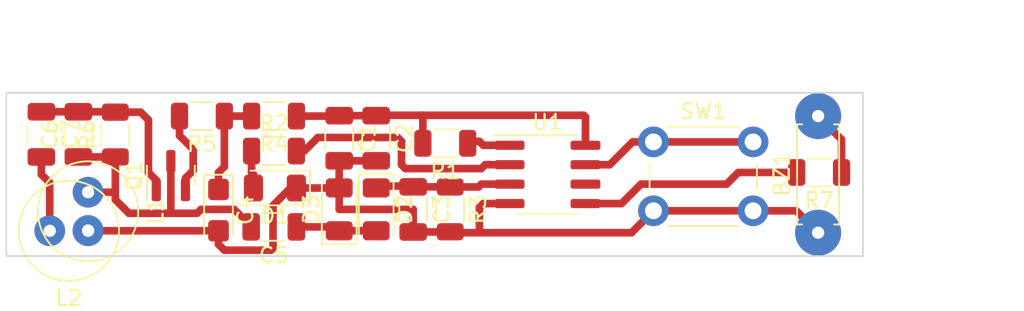
<source format=kicad_pcb>
(kicad_pcb (version 20221018) (generator pcbnew)
  (layers (0 "F.Cu" signal) (31 "B.Cu" signal) (34 "B.Paste" user) (35 "F.Paste" user) (36 "B.SilkS" user "B.Silkscreen") (37 "F.SilkS" user "F.Silkscreen") (38 "B.Mask" user) (39 "F.Mask" user) (44 "Edge.Cuts" user))
  (net 0 "")
  (net 1 "MISO")
  (net 2 "GND")
  (net 3 "VCC")
  (net 4 "Net-(BZ1-+)")
  (net 5 "Net-(C4-Pad1)")
  (net 6 "Net-(D2-K)")
  (net 7 "Net-(D2-A)")
  (net 8 "Net-(Q1-C)")
  (net 9 "Net-(C7-Pad2)")
  (net 10 "Net-(Q1-E)")
  (net 11 "RESET")
  (net 12 "PB3")
  (net 13 "Net-(D1-A)")
  (net 14 "SCK")
  (net 15 "Net-(Q1-B)")
  (net 16 "PB0")
  (footprint "Resistor_SMD:R_1206_3216Metric" (layer "F.Cu") (at 149.5445 128.016 180)
    (fp_text reference "R7" (at 0 -1.82) (layer "F.SilkS"))
    (fp_text value "1k")
    (fp_line (start -0.727064 -0.91) (end 0.727064 -0.91) (stroke (width 0.12)) (layer "F.SilkS"))
    (fp_line (start -0.727064 0.91) (end 0.727064 0.91) (stroke (width 0.12)) (layer "F.SilkS"))
    (pad "1" smd roundrect (at -1.4625 0 180) (size 1.125 1.75) (layers "F.Cu" "F.Paste" "F.Mask") (roundrect_rratio 0.222222) (net 4 "Net-(BZ1-+)"))
    (pad "2" smd roundrect (at 1.4625 0 180) (size 1.125 1.75) (layers "F.Cu" "F.Paste" "F.Mask") (roundrect_rratio 0.222222) (net 16 "PB0"))
  )
  (footprint "Capacitor_SMD:C_1206_3216Metric" (layer "F.Cu") (at 120.65 125.779 -90)
    (fp_text reference "C2" (at 0 -1.85 90) (layer "F.SilkS"))
    (fp_text value "100n")
    (fp_line (start -0.711252 -0.91) (end 0.711252 -0.91) (stroke (width 0.12)) (layer "F.SilkS"))
    (fp_line (start -0.711252 0.91) (end 0.711252 0.91) (stroke (width 0.12)) (layer "F.SilkS"))
    (pad "1" smd roundrect (at -1.475 0 270) (size 1.15 1.8) (layers "F.Cu" "F.Paste" "F.Mask") (roundrect_rratio 0.2173913043) (net 3 "VCC"))
    (pad "2" smd roundrect (at 1.475 0 270) (size 1.15 1.8) (layers "F.Cu" "F.Paste" "F.Mask") (roundrect_rratio 0.2173913043) (net 2 "GND"))
  )
  (footprint "Package_SO:SOIC-8_3.9x4.9mm_P1.27mm" (layer "F.Cu") (at 131.826 128.143)
    (fp_text reference "U1" (at 0 -3.4) (layer "F.SilkS"))
    (fp_text value "ATtiny13A-SS")
    (fp_line (start 0 -2.56) (end -3.45 -2.56) (stroke (width 0.12)) (layer "F.SilkS"))
    (fp_line (start 0 -2.56) (end 1.95 -2.56) (stroke (width 0.12)) (layer "F.SilkS"))
    (fp_line (start 0 2.56) (end -1.95 2.56) (stroke (width 0.12)) (layer "F.SilkS"))
    (fp_line (start 0 2.56) (end 1.95 2.56) (stroke (width 0.12)) (layer "F.SilkS"))
    (pad "1" smd roundrect (at -2.475 -1.905) (size 1.95 0.6) (layers "F.Cu" "F.Paste" "F.Mask") (net 11 "RESET"))
    (pad "2" smd roundrect (at -2.475 -0.635) (size 1.95 0.6) (layers "F.Cu" "F.Paste" "F.Mask") (net 12 "PB3"))
    (pad "3" smd roundrect (at -2.475 0.635) (size 1.95 0.6) (layers "F.Cu" "F.Paste" "F.Mask") (net 6 "Net-(D2-K)"))
    (pad "4" smd roundrect (at -2.475 1.905) (size 1.95 0.6) (layers "F.Cu" "F.Paste" "F.Mask") (net 2 "GND"))
    (pad "5" smd roundrect (at 2.475 1.905) (size 1.95 0.6) (layers "F.Cu" "F.Paste" "F.Mask") (net 16 "PB0"))
    (pad "6" smd roundrect (at 2.475 0.635) (size 1.95 0.6) (layers "F.Cu" "F.Paste" "F.Mask") (net 1 "MISO"))
    (pad "7" smd roundrect (at 2.475 -0.635) (size 1.95 0.6) (layers "F.Cu" "F.Paste" "F.Mask") (net 14 "SCK"))
    (pad "8" smd roundrect (at 2.475 -1.905) (size 1.95 0.6) (layers "F.Cu" "F.Paste" "F.Mask") (net 3 "VCC"))
  )
  (footprint "Diode_SMD:D_1206_3216Metric" (layer "F.Cu") (at 114.043 129.032 180)
    (fp_text reference "D1" (at 0 -1.82 180) (layer "F.SilkS"))
    (fp_text value "LED")
    (fp_line (start -2.285 -1.135) (end -2.285 1.135) (stroke (width 0.12)) (layer "F.SilkS"))
    (fp_line (start -2.285 1.135) (end 1.6 1.135) (stroke (width 0.12)) (layer "F.SilkS"))
    (fp_line (start 1.6 -1.135) (end -2.285 -1.135) (stroke (width 0.12)) (layer "F.SilkS"))
    (pad "1" smd roundrect (at -1.4 0 180) (size 1.25 1.75) (layers "F.Cu" "F.Paste" "F.Mask") (roundrect_rratio 0.2) (net 2 "GND"))
    (pad "2" smd roundrect (at 1.4 0 180) (size 1.25 1.75) (layers "F.Cu" "F.Paste" "F.Mask") (roundrect_rratio 0.2) (net 13 "Net-(D1-A)"))
  )
  (footprint "Resistor_SMD:R_1206_3216Metric" (layer "F.Cu") (at 109.2815 124.333 180)
    (fp_text reference "R5" (at 0 -1.82) (layer "F.SilkS"))
    (fp_text value "10k")
    (fp_line (start -0.727064 -0.91) (end 0.727064 -0.91) (stroke (width 0.12)) (layer "F.SilkS"))
    (fp_line (start -0.727064 0.91) (end 0.727064 0.91) (stroke (width 0.12)) (layer "F.SilkS"))
    (pad "1" smd roundrect (at -1.4625 0 180) (size 1.125 1.75) (layers "F.Cu" "F.Paste" "F.Mask") (roundrect_rratio 0.2222222222) (net 5 "Net-(C4-Pad1)"))
    (pad "2" smd roundrect (at 1.4625 0 180) (size 1.125 1.75) (layers "F.Cu" "F.Paste" "F.Mask") (roundrect_rratio 0.2222222222) (net 10 "Net-(Q1-E)"))
  )
  (footprint "Capacitor_THT:C_Radial_D6.3mm_H11.0mm_P2.50mm" (layer "F.Cu") (at 101.854 129.306 -90)
    (fp_text reference "L1" (at 1.25 -4.4 -90) (layer "F.SilkS"))
    (fp_text value "200 витков")
    (fp_circle (center 1.25 0) (end 4.52 0) (stroke (width 0.12)) (fill none) (layer "F.SilkS"))
    (pad "1" thru_hole circle (at 0 0 270) (size 2 2) (drill 0.8) (layers "*.Cu" "*.Mask") (net 8 "Net-(Q1-C)"))
    (pad "2" thru_hole circle (at 2.5 0 270) (size 2 2) (drill 0.8) (layers "*.Cu" "*.Mask") (net 2 "GND"))
  )
  (footprint "Capacitor_SMD:C_1206_3216Metric" (layer "F.Cu") (at 118.237 125.779 -90)
    (fp_text reference "C1" (at 0 -1.85 90) (layer "F.SilkS"))
    (fp_text value "100u")
    (fp_line (start -0.711252 -0.91) (end 0.711252 -0.91) (stroke (width 0.12)) (layer "F.SilkS"))
    (fp_line (start -0.711252 0.91) (end 0.711252 0.91) (stroke (width 0.12)) (layer "F.SilkS"))
    (pad "1" smd roundrect (at -1.475 0 270) (size 1.15 1.8) (layers "F.Cu" "F.Paste" "F.Mask") (roundrect_rratio 0.2173913043) (net 3 "VCC"))
    (pad "2" smd roundrect (at 1.475 0 270) (size 1.15 1.8) (layers "F.Cu" "F.Paste" "F.Mask") (roundrect_rratio 0.2173913043) (net 2 "GND"))
  )
  (footprint "Capacitor_SMD:C_1206_3216Metric" (layer "F.Cu") (at 98.806 125.525 -90)
    (fp_text reference "C7" (at 0 -1.85 -90) (layer "F.SilkS"))
    (fp_text value "68n")
    (fp_line (start -0.711252 -0.91) (end 0.711252 -0.91) (stroke (width 0.12)) (layer "F.SilkS"))
    (fp_line (start -0.711252 0.91) (end 0.711252 0.91) (stroke (width 0.12)) (layer "F.SilkS"))
    (pad "1" smd roundrect (at -1.475 0 270) (size 1.15 1.8) (layers "F.Cu" "F.Paste" "F.Mask") (roundrect_rratio 0.2173913043) (net 15 "Net-(Q1-B)"))
    (pad "2" smd roundrect (at 1.475 0 270) (size 1.15 1.8) (layers "F.Cu" "F.Paste" "F.Mask") (roundrect_rratio 0.2173913043) (net 9 "Net-(C7-Pad2)"))
  )
  (footprint "Capacitor_SMD:C_1206_3216Metric" (layer "F.Cu") (at 123.063 130.429 -90)
    (fp_text reference "C3" (at 0 -1.85 90) (layer "F.SilkS"))
    (fp_text value "100n")
    (fp_line (start -0.711252 -0.91) (end 0.711252 -0.91) (stroke (width 0.12)) (layer "F.SilkS"))
    (fp_line (start -0.711252 0.91) (end 0.711252 0.91) (stroke (width 0.12)) (layer "F.SilkS"))
    (pad "1" smd roundrect (at -1.475 0 270) (size 1.15 1.8) (layers "F.Cu" "F.Paste" "F.Mask") (roundrect_rratio 0.2173913043) (net 6 "Net-(D2-K)"))
    (pad "2" smd roundrect (at 1.475 0 270) (size 1.15 1.8) (layers "F.Cu" "F.Paste" "F.Mask") (roundrect_rratio 0.2173913043) (net 2 "GND"))
  )
  (footprint "Diode_SMD:D_1206_3216Metric" (layer "F.Cu") (at 118.237 130.426 90)
    (fp_text reference "D3" (at 0 -1.82 90) (layer "F.SilkS"))
    (fp_text value "D")
    (fp_line (start -2.285 -1.135) (end -2.285 1.135) (stroke (width 0.12)) (layer "F.SilkS"))
    (fp_line (start -2.285 1.135) (end 1.6 1.135) (stroke (width 0.12)) (layer "F.SilkS"))
    (fp_line (start 1.6 -1.135) (end -2.285 -1.135) (stroke (width 0.12)) (layer "F.SilkS"))
    (pad "1" smd roundrect (at -1.4 0 90) (size 1.25 1.75) (layers "F.Cu" "F.Paste" "F.Mask") (roundrect_rratio 0.2) (net 7 "Net-(D2-A)"))
    (pad "2" smd roundrect (at 1.4 0 90) (size 1.25 1.75) (layers "F.Cu" "F.Paste" "F.Mask") (roundrect_rratio 0.2) (net 2 "GND"))
  )
  (footprint "Diode_SMD:D_1206_3216Metric" (layer "F.Cu") (at 120.65 130.426 -90)
    (fp_text reference "D2" (at 0 -1.82 90) (layer "F.SilkS"))
    (fp_text value "D")
    (fp_line (start -2.285 -1.135) (end -2.285 1.135) (stroke (width 0.12)) (layer "F.SilkS"))
    (fp_line (start -2.285 1.135) (end 1.6 1.135) (stroke (width 0.12)) (layer "F.SilkS"))
    (fp_line (start 1.6 -1.135) (end -2.285 -1.135) (stroke (width 0.12)) (layer "F.SilkS"))
    (pad "1" smd roundrect (at -1.4 0 270) (size 1.25 1.75) (layers "F.Cu" "F.Paste" "F.Mask") (roundrect_rratio 0.2) (net 6 "Net-(D2-K)"))
    (pad "2" smd roundrect (at 1.4 0 270) (size 1.25 1.75) (layers "F.Cu" "F.Paste" "F.Mask") (roundrect_rratio 0.2) (net 7 "Net-(D2-A)"))
  )
  (footprint "Resistor_SMD:R_1206_3216Metric" (layer "F.Cu") (at 113.9845 124.333 180)
    (fp_text reference "R4" (at 0 -1.82) (layer "F.SilkS"))
    (fp_text value "4k7")
    (fp_line (start -0.727064 -0.91) (end 0.727064 -0.91) (stroke (width 0.12)) (layer "F.SilkS"))
    (fp_line (start -0.727064 0.91) (end 0.727064 0.91) (stroke (width 0.12)) (layer "F.SilkS"))
    (pad "1" smd roundrect (at -1.4625 0 180) (size 1.125 1.75) (layers "F.Cu" "F.Paste" "F.Mask") (roundrect_rratio 0.2222222222) (net 3 "VCC"))
    (pad "2" smd roundrect (at 1.4625 0 180) (size 1.125 1.75) (layers "F.Cu" "F.Paste" "F.Mask") (roundrect_rratio 0.2222222222) (net 5 "Net-(C4-Pad1)"))
  )
  (footprint "Button_Switch_THT:SW_PUSH_6mm" (layer "F.Cu") (at 138.736 126.02)
    (fp_text reference "SW1" (at 3.25 -2) (layer "F.SilkS"))
    (fp_text value "SW_SPST")
    (fp_line (start -0.25 1.5) (end -0.25 3) (stroke (width 0.12)) (layer "F.SilkS"))
    (fp_line (start 1 5.5) (end 5.5 5.5) (stroke (width 0.12)) (layer "F.SilkS"))
    (fp_line (start 5.5 -1) (end 1 -1) (stroke (width 0.12)) (layer "F.SilkS"))
    (fp_line (start 6.75 3) (end 6.75 1.5) (stroke (width 0.12)) (layer "F.SilkS"))
    (pad "1" thru_hole circle (at 0 0 90) (size 2 2) (drill 1.1) (layers "*.Cu" "*.Mask") (net 14 "SCK"))
    (pad "1" thru_hole circle (at 6.5 0 90) (size 2 2) (drill 1.1) (layers "*.Cu" "*.Mask") (net 14 "SCK"))
    (pad "2" thru_hole circle (at 0 4.5 90) (size 2 2) (drill 1.1) (layers "*.Cu" "*.Mask") (net 2 "GND"))
    (pad "2" thru_hole circle (at 6.5 4.5 90) (size 2 2) (drill 1.1) (layers "*.Cu" "*.Mask") (net 2 "GND"))
  )
  (footprint "Resistor_THT:R_Axial_DIN0207_L6.3mm_D2.5mm_P7.62mm_Horizontal" (layer "F.Cu") (at 149.479 131.953 90)
    (fp_text reference "BZ1" (at 3.81 -2.37 90) (layer "F.SilkS"))
    (fp_text value "Buzzer")
    (fp_line (start 0.54 -1.37) (end 7.08 -1.37) (stroke (width 0.12)) (layer "F.SilkS"))
    (fp_line (start 0.54 -1.04) (end 0.54 -1.37) (stroke (width 0.12)) (layer "F.SilkS"))
    (fp_line (start 0.54 1.04) (end 0.54 1.37) (stroke (width 0.12)) (layer "F.SilkS"))
    (fp_line (start 0.54 1.37) (end 7.08 1.37) (stroke (width 0.12)) (layer "F.SilkS"))
    (fp_line (start 7.08 -1.37) (end 7.08 -1.04) (stroke (width 0.12)) (layer "F.SilkS"))
    (fp_line (start 7.08 1.37) (end 7.08 1.04) (stroke (width 0.12)) (layer "F.SilkS"))
    (pad "1" thru_hole circle (at 0 0 90) (size 3 3) (drill 0.8) (layers "*.Cu" "*.Mask") (net 2 "GND"))
    (pad "2" thru_hole circle (at 7.62 0 90) (size 3 3) (drill 0.8) (layers "*.Cu" "*.Mask") (net 4 "Net-(BZ1-+)"))
  )
  (footprint "Resistor_SMD:R_1206_3216Metric" (layer "F.Cu") (at 103.632 125.5375 90)
    (fp_text reference "R6" (at 0 -1.82 90) (layer "F.SilkS"))
    (fp_text value "510k")
    (fp_line (start -0.727064 -0.91) (end 0.727064 -0.91) (stroke (width 0.12)) (layer "F.SilkS"))
    (fp_line (start -0.727064 0.91) (end 0.727064 0.91) (stroke (width 0.12)) (layer "F.SilkS"))
    (pad "1" smd roundrect (at -1.4625 0 90) (size 1.125 1.75) (layers "F.Cu" "F.Paste" "F.Mask") (roundrect_rratio 0.2222222222) (net 8 "Net-(Q1-C)"))
    (pad "2" smd roundrect (at 1.4625 0 90) (size 1.125 1.75) (layers "F.Cu" "F.Paste" "F.Mask") (roundrect_rratio 0.2222222222) (net 15 "Net-(Q1-B)"))
  )
  (footprint "Package_TO_SOT_SMD:SOT-23" (layer "F.Cu") (at 107.254 128.2215 90)
    (fp_text reference "Q1" (at 0 -2.4 90) (layer "F.SilkS"))
    (fp_text value "BC160")
    (fp_line (start 0 -1.56) (end -1.675 -1.56) (stroke (width 0.12)) (layer "F.SilkS"))
    (fp_line (start 0 -1.56) (end 0.65 -1.56) (stroke (width 0.12)) (layer "F.SilkS"))
    (fp_line (start 0 1.56) (end -0.65 1.56) (stroke (width 0.12)) (layer "F.SilkS"))
    (fp_line (start 0 1.56) (end 0.65 1.56) (stroke (width 0.12)) (layer "F.SilkS"))
    (pad "1" smd roundrect (at -0.9375 -0.95 90) (size 1.475 0.6) (layers "F.Cu" "F.Paste" "F.Mask") (net 15 "Net-(Q1-B)"))
    (pad "2" smd roundrect (at -0.9375 0.95 90) (size 1.475 0.6) (layers "F.Cu" "F.Paste" "F.Mask") (net 10 "Net-(Q1-E)"))
    (pad "3" smd roundrect (at 0.9375 0 90) (size 1.475 0.6) (layers "F.Cu" "F.Paste" "F.Mask") (net 8 "Net-(Q1-C)"))
  )
  (footprint "Resistor_SMD:R_1206_3216Metric" (layer "F.Cu") (at 125.1565 126.111 180)
    (fp_text reference "R1" (at 0 -1.82) (layer "F.SilkS"))
    (fp_text value "10k")
    (fp_line (start -0.727064 -0.91) (end 0.727064 -0.91) (stroke (width 0.12)) (layer "F.SilkS"))
    (fp_line (start -0.727064 0.91) (end 0.727064 0.91) (stroke (width 0.12)) (layer "F.SilkS"))
    (pad "1" smd roundrect (at -1.4625 0 180) (size 1.125 1.75) (layers "F.Cu" "F.Paste" "F.Mask") (roundrect_rratio 0.2222222222) (net 11 "RESET"))
    (pad "2" smd roundrect (at 1.4625 0 180) (size 1.125 1.75) (layers "F.Cu" "F.Paste" "F.Mask") (roundrect_rratio 0.2222222222) (net 3 "VCC"))
  )
  (footprint "Capacitor_SMD:C_1206_3216Metric" (layer "F.Cu") (at 101.219 125.525 90)
    (fp_text reference "C6" (at 0 -1.85 90) (layer "F.SilkS"))
    (fp_text value "10n")
    (fp_line (start -0.711252 -0.91) (end 0.711252 -0.91) (stroke (width 0.12)) (layer "F.SilkS"))
    (fp_line (start -0.711252 0.91) (end 0.711252 0.91) (stroke (width 0.12)) (layer "F.SilkS"))
    (pad "1" smd roundrect (at -1.475 0 90) (size 1.15 1.8) (layers "F.Cu" "F.Paste" "F.Mask") (roundrect_rratio 0.2173913043) (net 8 "Net-(Q1-C)"))
    (pad "2" smd roundrect (at 1.475 0 90) (size 1.15 1.8) (layers "F.Cu" "F.Paste" "F.Mask") (roundrect_rratio 0.2173913043) (net 15 "Net-(Q1-B)"))
  )
  (footprint "Resistor_SMD:R_1206_3216Metric" (layer "F.Cu") (at 125.476 130.429 -90)
    (fp_text reference "R3" (at 0 -1.82 90) (layer "F.SilkS"))
    (fp_text value "1M")
    (fp_line (start -0.727064 -0.91) (end 0.727064 -0.91) (stroke (width 0.12)) (layer "F.SilkS"))
    (fp_line (start -0.727064 0.91) (end 0.727064 0.91) (stroke (width 0.12)) (layer "F.SilkS"))
    (pad "1" smd roundrect (at -1.4625 0 270) (size 1.125 1.75) (layers "F.Cu" "F.Paste" "F.Mask") (roundrect_rratio 0.2222222222) (net 6 "Net-(D2-K)"))
    (pad "2" smd roundrect (at 1.4625 0 270) (size 1.125 1.75) (layers "F.Cu" "F.Paste" "F.Mask") (roundrect_rratio 0.2222222222) (net 2 "GND"))
  )
  (footprint "Capacitor_SMD:C_1206_3216Metric" (layer "F.Cu") (at 113.968 131.572 180)
    (fp_text reference "C5" (at 0 -1.85) (layer "F.SilkS"))
    (fp_text value "10n")
    (fp_line (start -0.711252 -0.91) (end 0.711252 -0.91) (stroke (width 0.12)) (layer "F.SilkS"))
    (fp_line (start -0.711252 0.91) (end 0.711252 0.91) (stroke (width 0.12)) (layer "F.SilkS"))
    (pad "1" smd roundrect (at -1.475 0 180) (size 1.15 1.8) (layers "F.Cu" "F.Paste" "F.Mask") (roundrect_rratio 0.2173913043) (net 7 "Net-(D2-A)"))
    (pad "2" smd roundrect (at 1.475 0 180) (size 1.15 1.8) (layers "F.Cu" "F.Paste" "F.Mask") (roundrect_rratio 0.2173913043) (net 8 "Net-(Q1-C)"))
  )
  (footprint "Capacitor_THT:C_Radial_D6.3mm_H11.0mm_P2.50mm" (layer "F.Cu") (at 101.854 131.826 180)
    (fp_text reference "L2" (at 1.25 -4.4) (layer "F.SilkS"))
    (fp_text value "200 витков")
    (fp_circle (center 1.25 0) (end 4.52 0) (stroke (width 0.12)) (fill none) (layer "F.SilkS"))
    (pad "1" thru_hole circle (at 0 0 180) (size 2 2) (drill 0.8) (layers "*.Cu" "*.Mask") (net 2 "GND"))
    (pad "2" thru_hole circle (at 2.5 0 180) (size 2 2) (drill 0.8) (layers "*.Cu" "*.Mask") (net 9 "Net-(C7-Pad2)"))
  )
  (footprint "Resistor_SMD:R_1206_3216Metric" (layer "F.Cu") (at 113.9805 126.619)
    (fp_text reference "R2" (at 0 -1.82) (layer "F.SilkS"))
    (fp_text value "300")
    (fp_line (start -0.727064 -0.91) (end 0.727064 -0.91) (stroke (width 0.12)) (layer "F.SilkS"))
    (fp_line (start -0.727064 0.91) (end 0.727064 0.91) (stroke (width 0.12)) (layer "F.SilkS"))
    (pad "1" smd roundrect (at -1.4625 0) (size 1.125 1.75) (layers "F.Cu" "F.Paste" "F.Mask") (roundrect_rratio 0.2222222222) (net 13 "Net-(D1-A)"))
    (pad "2" smd roundrect (at 1.4625 0) (size 1.125 1.75) (layers "F.Cu" "F.Paste" "F.Mask") (roundrect_rratio 0.2222222222) (net 12 "PB3"))
  )
  (footprint "Capacitor_Tantalum_SMD:CP_EIA-3216-10_Kemet-I" (layer "F.Cu") (at 110.363 130.476 -90)
    (fp_text reference "C4" (at 0 -1.75 90) (layer "F.SilkS"))
    (fp_text value "1u")
    (fp_line (start -2.31 -0.935) (end -2.31 0.935) (stroke (width 0.12)) (layer "F.SilkS"))
    (fp_line (start -2.31 0.935) (end 1.6 0.935) (stroke (width 0.12)) (layer "F.SilkS"))
    (fp_line (start 1.6 -0.935) (end -2.31 -0.935) (stroke (width 0.12)) (layer "F.SilkS"))
    (pad "1" smd roundrect (at -1.35 0 270) (size 1.4 1.35) (layers "F.Cu" "F.Paste" "F.Mask") (roundrect_rratio 0.1851851852) (net 5 "Net-(C4-Pad1)"))
    (pad "2" smd roundrect (at 1.35 0 270) (size 1.4 1.35) (layers "F.Cu" "F.Paste" "F.Mask") (roundrect_rratio 0.1851851852) (net 2 "GND"))
  )
  (gr_line (start 96.52 133.477) (end 152.4 133.477) (stroke (width 0.1)) (layer "Edge.Cuts"))
  (gr_line (start 96.52 122.809) (end 152.4 122.809) (stroke (width 0.1)) (layer "Edge.Cuts"))
  (gr_line (start 96.52 122.809) (end 96.52 133.477) (stroke (width 0.1)) (layer "Edge.Cuts"))
  (gr_line (start 152.4 133.477) (end 152.4 122.809) (stroke (width 0.1)) (layer "Edge.Cuts"))
  (segment (start 138.736 130.52) (end 145.236 130.52) (width 0.5) (layer "F.Cu") (net 2))
  (segment (start 118.237 127.254) (end 120.65 127.254) (width 0.5) (layer "F.Cu") (net 2))
  (segment (start 123.063 130.429) (end 123.063 131.904) (width 0.5) (layer "F.Cu") (net 2))
  (segment (start 125.5375 131.953) (end 125.476 131.8915) (width 0.5) (layer "F.Cu") (net 2))
  (segment (start 129.351 130.048) (end 127.635 130.048) (width 0.5) (layer "F.Cu") (net 2))
  (segment (start 127.381 131.953) (end 137.303 131.953) (width 0.5) (layer "F.Cu") (net 2))
  (segment (start 110.363 132.715) (end 110.744 133.096) (width 0.5) (layer "F.Cu") (net 2))
  (segment (start 148.046 130.52) (end 149.479 131.953) (width 0.5) (layer "F.Cu") (net 2))
  (segment (start 118.231 129.032) (end 118.237 129.026) (width 0.5) (layer "F.Cu") (net 2))
  (segment (start 115.062 129.032) (end 115.443 129.032) (width 0.5) (layer "F.Cu") (net 2))
  (segment (start 127.635 130.048) (end 127.381 130.302) (width 0.5) (layer "F.Cu") (net 2))
  (segment (start 118.237 129.026) (end 118.237 130.429) (width 0.5) (layer "F.Cu") (net 2))
  (segment (start 137.303 131.953) (end 138.736 130.52) (width 0.5) (layer "F.Cu") (net 2))
  (segment (start 113.919 130.175) (end 115.062 129.032) (width 0.5) (layer "F.Cu") (net 2))
  (segment (start 113.792 133.096) (end 113.919 132.969) (width 0.5) (layer "F.Cu") (net 2))
  (segment (start 113.919 132.969) (end 113.919 130.175) (width 0.5) (layer "F.Cu") (net 2))
  (segment (start 110.363 131.826) (end 110.363 132.715) (width 0.5) (layer "F.Cu") (net 2))
  (segment (start 123.063 131.904) (end 125.4635 131.904) (width 0.5) (layer "F.Cu") (net 2))
  (segment (start 145.236 130.52) (end 148.046 130.52) (width 0.5) (layer "F.Cu") (net 2))
  (segment (start 115.443 129.032) (end 118.231 129.032) (width 0.5) (layer "F.Cu") (net 2))
  (segment (start 127.381 130.302) (end 127.381 131.953) (width 0.5) (layer "F.Cu") (net 2))
  (segment (start 101.854 131.826) (end 110.363 131.826) (width 0.5) (layer "F.Cu") (net 2))
  (segment (start 110.744 133.096) (end 113.792 133.096) (width 0.5) (layer "F.Cu") (net 2))
  (segment (start 118.237 129.026) (end 118.237 127.254) (width 0.5) (layer "F.Cu") (net 2))
  (segment (start 127.381 131.953) (end 125.5375 131.953) (width 0.5) (layer "F.Cu") (net 2))
  (segment (start 118.237 130.429) (end 123.063 130.429) (width 0.5) (layer "F.Cu") (net 2))
  (segment (start 125.4635 131.904) (end 125.476 131.8915) (width 0.5) (layer "F.Cu") (net 2))
  (segment (start 134.18448 124.27848) (end 134.301 124.395) (width 0.5) (layer "F.Cu") (net 3))
  (segment (start 118.208 124.333) (end 118.237 124.304) (width 0.5) (layer "F.Cu") (net 3))
  (segment (start 123.694 124.329) (end 123.64348 124.27848) (width 0.5) (layer "F.Cu") (net 3))
  (segment (start 115.447 124.333) (end 118.208 124.333) (width 0.5) (layer "F.Cu") (net 3))
  (segment (start 120.65 124.304) (end 120.67552 124.27848) (width 0.5) (layer "F.Cu") (net 3))
  (segment (start 134.301 126.238) (end 134.301 124.395) (width 0.5) (layer "F.Cu") (net 3))
  (segment (start 120.67552 124.27848) (end 123.64348 124.27848) (width 0.5) (layer "F.Cu") (net 3))
  (segment (start 123.694 126.111) (end 123.694 124.329) (width 0.5) (layer "F.Cu") (net 3))
  (segment (start 123.64348 124.27848) (end 134.18448 124.27848) (width 0.5) (layer "F.Cu") (net 3))
  (segment (start 118.237 124.304) (end 120.65 124.304) (width 0.5) (layer "F.Cu") (net 3))
  (segment (start 151.007 128.016) (end 151.007 125.861) (width 0.5) (layer "F.Cu") (net 4))
  (segment (start 151.007 125.861) (end 149.479 124.333) (width 0.5) (layer "F.Cu") (net 4))
  (segment (start 110.744 127.635) (end 110.744 124.333) (width 0.5) (layer "F.Cu") (net 5))
  (segment (start 110.363 129.126) (end 110.363 128.016) (width 0.5) (layer "F.Cu") (net 5))
  (segment (start 110.744 124.333) (end 112.522 124.333) (width 0.5) (layer "F.Cu") (net 5))
  (segment (start 110.363 128.016) (end 110.744 127.635) (width 0.5) (layer "F.Cu") (net 5))
  (segment (start 127.508 128.778) (end 127.3195 128.9665) (width 0.5) (layer "F.Cu") (net 6))
  (segment (start 120.783 129.026) (end 120.904 128.905) (width 0.5) (layer "F.Cu") (net 6))
  (segment (start 120.65 129.026) (end 120.783 129.026) (width 0.5) (layer "F.Cu") (net 6))
  (segment (start 123.014 128.905) (end 123.063 128.954) (width 0.5) (layer "F.Cu") (net 6))
  (segment (start 123.063 128.954) (end 125.4635 128.954) (width 0.5) (layer "F.Cu") (net 6))
  (segment (start 125.4635 128.954) (end 125.476 128.9665) (width 0.5) (layer "F.Cu") (net 6))
  (segment (start 127.3195 128.9665) (end 125.476 128.9665) (width 0.5) (layer "F.Cu") (net 6))
  (segment (start 129.351 128.778) (end 127.508 128.778) (width 0.5) (layer "F.Cu") (net 6))
  (segment (start 120.904 128.905) (end 123.014 128.905) (width 0.5) (layer "F.Cu") (net 6))
  (segment (start 118.237 131.826) (end 120.65 131.826) (width 0.5) (layer "F.Cu") (net 7))
  (segment (start 117.729 131.572) (end 118.11 131.953) (width 0.5) (layer "F.Cu") (net 7))
  (segment (start 115.443 131.572) (end 117.729 131.572) (width 0.5) (layer "F.Cu") (net 7))
  (segment (start 107.188 130.683) (end 104.521 130.683) (width 0.5) (layer "F.Cu") (net 8))
  (segment (start 103.632 129.286) (end 103.632 129.794) (width 0.5) (layer "F.Cu") (net 8))
  (segment (start 109.22 130.429) (end 108.966 130.683) (width 0.5) (layer "F.Cu") (net 8))
  (segment (start 101.219 127) (end 103.632 127) (width 0.5) (layer "F.Cu") (net 8))
  (segment (start 103.632 127) (end 103.632 129.286) (width 0.5) (layer "F.Cu") (net 8))
  (segment (start 112.493 131.572) (end 112.493 131.543) (width 0.5) (layer "F.Cu") (net 8))
  (segment (start 107.254 130.617) (end 107.188 130.683) (width 0.5) (layer "F.Cu") (net 8))
  (segment (start 107.254 127.284) (end 107.254 130.617) (width 0.5) (layer "F.Cu") (net 8))
  (segment (start 111.379 130.429) (end 109.22 130.429) (width 0.5) (layer "F.Cu") (net 8))
  (segment (start 112.493 131.543) (end 111.379 130.429) (width 0.5) (layer "F.Cu") (net 8))
  (segment (start 108.966 130.683) (end 107.188 130.683) (width 0.5) (layer "F.Cu") (net 8))
  (segment (start 103.632 129.794) (end 104.521 130.683) (width 0.5) (layer "F.Cu") (net 8))
  (segment (start 103.612 129.306) (end 103.632 129.286) (width 0.5) (layer "F.Cu") (net 8))
  (segment (start 101.854 129.306) (end 103.612 129.306) (width 0.5) (layer "F.Cu") (net 8))
  (segment (start 99.354 128.691) (end 99.354 131.826) (width 0.5) (layer "F.Cu") (net 9))
  (segment (start 98.806 127) (end 98.806 128.143) (width 0.5) (layer "F.Cu") (net 9))
  (segment (start 98.806 128.143) (end 99.354 128.691) (width 0.5) (layer "F.Cu") (net 9))
  (segment (start 98.806 131.933) (end 99.334 132.461) (width 0.5) (layer "F.Cu") (net 9))
  (segment (start 107.819 125.607) (end 107.819 124.333) (width 0.5) (layer "F.Cu") (net 10))
  (segment (start 108.204 129.159) (end 108.204 128.397) (width 0.5) (layer "F.Cu") (net 10))
  (segment (start 108.712 126.5) (end 107.819 125.607) (width 0.5) (layer "F.Cu") (net 10))
  (segment (start 108.204 128.397) (end 108.712 127.889) (width 0.5) (layer "F.Cu") (net 10))
  (segment (start 108.712 127.889) (end 108.712 126.5) (width 0.5) (layer "F.Cu") (net 10))
  (segment (start 129.351 126.238) (end 127.635 126.238) (width 0.5) (layer "F.Cu") (net 11))
  (segment (start 126.746 125.984) (end 126.619 126.111) (width 0.5) (layer "F.Cu") (net 11))
  (segment (start 127.381 125.984) (end 126.746 125.984) (width 0.5) (layer "F.Cu") (net 11))
  (segment (start 127.635 126.238) (end 127.381 125.984) (width 0.5) (layer "F.Cu") (net 11))
  (segment (start 127.508 127.762) (end 126.746 127.762) (width 0.5) (layer "F.Cu") (net 12))
  (segment (start 127.762 127.508) (end 127.508 127.762) (width 0.5) (layer "F.Cu") (net 12))
  (segment (start 129.351 127.508) (end 127.762 127.508) (width 0.5) (layer "F.Cu") (net 12))
  (segment (start 126.746 127.762) (end 122.555 127.762) (width 0.5) (layer "F.Cu") (net 12))
  (segment (start 115.951 126.619) (end 115.443 126.619) (width 0.5) (layer "F.Cu") (net 12))
  (segment (start 122.301 127.508) (end 122.301 125.984) (width 0.5) (layer "F.Cu") (net 12))
  (segment (start 116.84 125.73) (end 115.951 126.619) (width 0.5) (layer "F.Cu") (net 12))
  (segment (start 122.047 125.73) (end 116.84 125.73) (width 0.5) (layer "F.Cu") (net 12))
  (segment (start 122.301 125.984) (end 122.047 125.73) (width 0.5) (layer "F.Cu") (net 12))
  (segment (start 122.555 127.762) (end 122.301 127.508) (width 0.5) (layer "F.Cu") (net 12))
  (segment (start 112.518 128.012) (end 112.518 126.619) (width 0.5) (layer "F.Cu") (net 13))
  (segment (start 112.643 129.032) (end 112.643 128.137) (width 0.5) (layer "F.Cu") (net 13))
  (segment (start 112.643 128.137) (end 112.518 128.012) (width 0.5) (layer "F.Cu") (net 13))
  (segment (start 134.301 127.508) (end 135.89 127.508) (width 0.5) (layer "F.Cu") (net 14))
  (segment (start 138.736 126.02) (end 145.236 126.02) (width 0.5) (layer "F.Cu") (net 14))
  (segment (start 135.89 127.508) (end 137.378 126.02) (width 0.5) (layer "F.Cu") (net 14))
  (segment (start 137.378 126.02) (end 138.736 126.02) (width 0.5) (layer "F.Cu") (net 14))
  (segment (start 105.791 124.587) (end 105.279 124.075) (width 0.5) (layer "F.Cu") (net 15))
  (segment (start 105.279 124.075) (end 103.632 124.075) (width 0.5) (layer "F.Cu") (net 15))
  (segment (start 101.219 124.05) (end 103.607 124.05) (width 0.5) (layer "F.Cu") (net 15))
  (segment (start 105.791 128.016) (end 105.791 124.587) (width 0.5) (layer "F.Cu") (net 15))
  (segment (start 103.607 124.05) (end 103.632 124.075) (width 0.5) (layer "F.Cu") (net 15))
  (segment (start 106.304 129.159) (end 106.304 128.529) (width 0.5) (layer "F.Cu") (net 15))
  (segment (start 98.806 124.05) (end 101.219 124.05) (width 0.5) (layer "F.Cu") (net 15))
  (segment (start 106.304 128.529) (end 105.791 128.016) (width 0.5) (layer "F.Cu") (net 15))
  (segment (start 143.51 128.778) (end 144.272 128.016) (width 0.5) (layer "F.Cu") (net 16))
  (segment (start 137.922 128.778) (end 143.51 128.778) (width 0.5) (layer "F.Cu") (net 16))
  (segment (start 136.652 130.048) (end 137.922 128.778) (width 0.5) (layer "F.Cu") (net 16))
  (segment (start 144.272 128.016) (end 148.082 128.016) (width 0.5) (layer "F.Cu") (net 16))
  (segment (start 134.301 130.048) (end 136.652 130.048) (width 0.5) (layer "F.Cu") (net 16))
)
</source>
